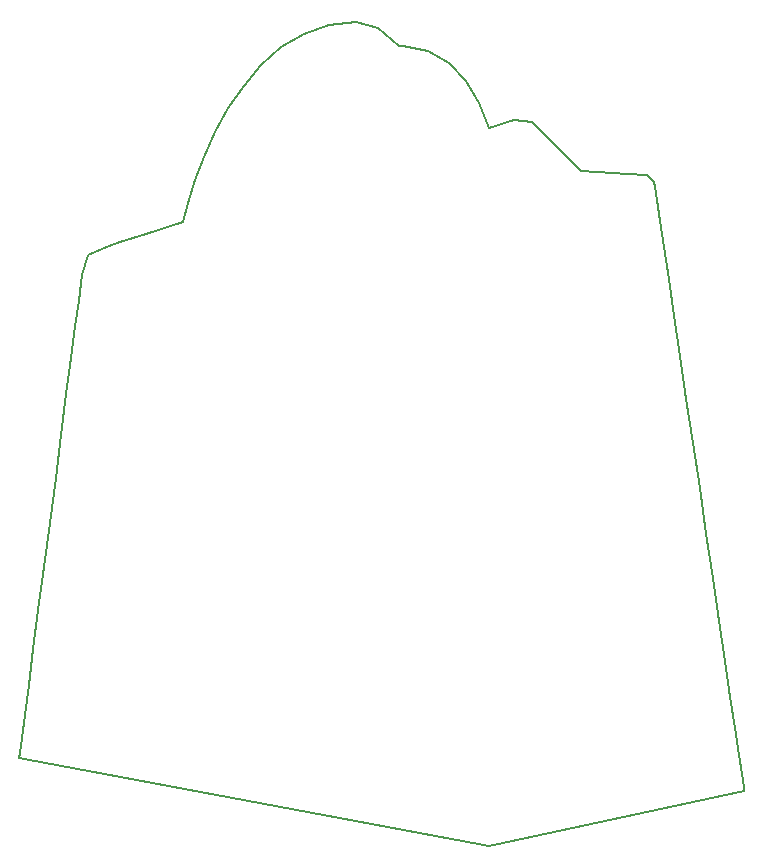
<source format=gbr>
G04 #@! TF.GenerationSoftware,KiCad,Pcbnew,(5.0.0-3-g5ebb6b6)*
G04 #@! TF.CreationDate,2018-09-06T10:07:47-04:00*
G04 #@! TF.ProjectId,PCB,5043422E6B696361645F706362000000,rev?*
G04 #@! TF.SameCoordinates,Original*
G04 #@! TF.FileFunction,Profile,NP*
%FSLAX46Y46*%
G04 Gerber Fmt 4.6, Leading zero omitted, Abs format (unit mm)*
G04 Created by KiCad (PCBNEW (5.0.0-3-g5ebb6b6)) date Thursday, September 06, 2018 at 10:07:47 AM*
%MOMM*%
%LPD*%
G01*
G04 APERTURE LIST*
G04 #@! TA.AperFunction,NonConductor*
%ADD10C,0.186235*%
G04 #@! TD*
G04 APERTURE END LIST*
D10*
G04 #@! TO.C,svg2mod*
X96793100Y-97966817D02*
X96730231Y-97539745D01*
X96957346Y-99079311D02*
X96793100Y-97966817D01*
X97211658Y-100800741D02*
X96957346Y-99079311D01*
X97544726Y-103054623D02*
X97211658Y-100800741D01*
X97945239Y-105764471D02*
X97544726Y-103054623D01*
X98401885Y-108853800D02*
X97945239Y-105764471D01*
X98903355Y-112246126D02*
X98401885Y-108853800D01*
X99438336Y-115864964D02*
X98903355Y-112246126D01*
X99995519Y-119633828D02*
X99438336Y-115864964D01*
X100563592Y-123476234D02*
X99995519Y-119633828D01*
X101131244Y-127315696D02*
X100563592Y-123476234D01*
X101687165Y-131075730D02*
X101131244Y-127315696D01*
X102220044Y-134679851D02*
X101687165Y-131075730D01*
X102718570Y-138051573D02*
X102220044Y-134679851D01*
X103171432Y-141114412D02*
X102718570Y-138051573D01*
X103567319Y-143791884D02*
X103171432Y-141114412D01*
X103894920Y-146007502D02*
X103567319Y-143791884D01*
X104142925Y-147684782D02*
X103894920Y-146007502D01*
X104300023Y-148747239D02*
X104142925Y-147684782D01*
X104354902Y-149118388D02*
X104300023Y-148747239D01*
X82770360Y-153771681D02*
X104354902Y-149118388D01*
X42965098Y-146315201D02*
X82770360Y-153771681D01*
X43022448Y-145870989D02*
X42965098Y-146315201D01*
X43184754Y-144614236D02*
X43022448Y-145870989D01*
X43437396Y-142658766D02*
X43184754Y-144614236D01*
X43765758Y-140118405D02*
X43437396Y-142658766D01*
X44155221Y-137106977D02*
X43765758Y-140118405D01*
X44591165Y-133738307D02*
X44155221Y-137106977D01*
X45058975Y-130126220D02*
X44591165Y-133738307D01*
X45544030Y-126384540D02*
X45058975Y-130126220D01*
X46031714Y-122627092D02*
X45544030Y-126384540D01*
X46507407Y-118967701D02*
X46031714Y-122627092D01*
X46956492Y-115520192D02*
X46507407Y-118967701D01*
X47364350Y-112398388D02*
X46956492Y-115520192D01*
X47716364Y-109716116D02*
X47364350Y-112398388D01*
X47997914Y-107587200D02*
X47716364Y-109716116D01*
X48194384Y-106125463D02*
X47997914Y-107587200D01*
X48291154Y-105444732D02*
X48194384Y-106125463D01*
X48760688Y-103720772D02*
X48291154Y-105444732D01*
X50533704Y-102921864D02*
X48760688Y-103720772D01*
X51513781Y-102600016D02*
X50533704Y-102921864D01*
X53702344Y-101916869D02*
X51513781Y-102600016D01*
X56812844Y-100959633D02*
X53702344Y-101916869D01*
X57254783Y-99275067D02*
X56812844Y-100959633D01*
X57851897Y-97391098D02*
X57254783Y-99275067D01*
X58612022Y-95383544D02*
X57851897Y-97391098D01*
X59542992Y-93328225D02*
X58612022Y-95383544D01*
X60652642Y-91300958D02*
X59542992Y-93328225D01*
X61948805Y-89377563D02*
X60652642Y-91300958D01*
X63439318Y-87633859D02*
X61948805Y-89377563D01*
X65132014Y-86145663D02*
X63439318Y-87633859D01*
X67034727Y-84988796D02*
X65132014Y-86145663D01*
X69155294Y-84239075D02*
X67034727Y-84988796D01*
X71501547Y-83972319D02*
X69155294Y-84239075D01*
X73344642Y-84462877D02*
X71501547Y-83972319D01*
X75145688Y-86046678D02*
X73344642Y-84462877D01*
X75482069Y-86046678D02*
X75145688Y-86046678D01*
X77607111Y-86419390D02*
X75482069Y-86046678D01*
X79363477Y-87440647D02*
X77607111Y-86419390D01*
X80786151Y-88965132D02*
X79363477Y-87440647D01*
X81910117Y-90847528D02*
X80786151Y-88965132D01*
X82770360Y-92942518D02*
X81910117Y-90847528D01*
X84844716Y-92325817D02*
X82770360Y-92942518D01*
X86358440Y-92494008D02*
X84844716Y-92325817D01*
X87633369Y-93729487D02*
X86358440Y-92494008D01*
X89531230Y-95612813D02*
X87633369Y-93729487D01*
X90507155Y-96586661D02*
X89531230Y-95612813D01*
X91898366Y-96688406D02*
X90507155Y-96586661D01*
X94535438Y-96877362D02*
X91898366Y-96688406D01*
X96113528Y-96979107D02*
X94535438Y-96877362D01*
X96730231Y-97539745D02*
X96113528Y-96979107D01*
G04 #@! TD*
M02*

</source>
